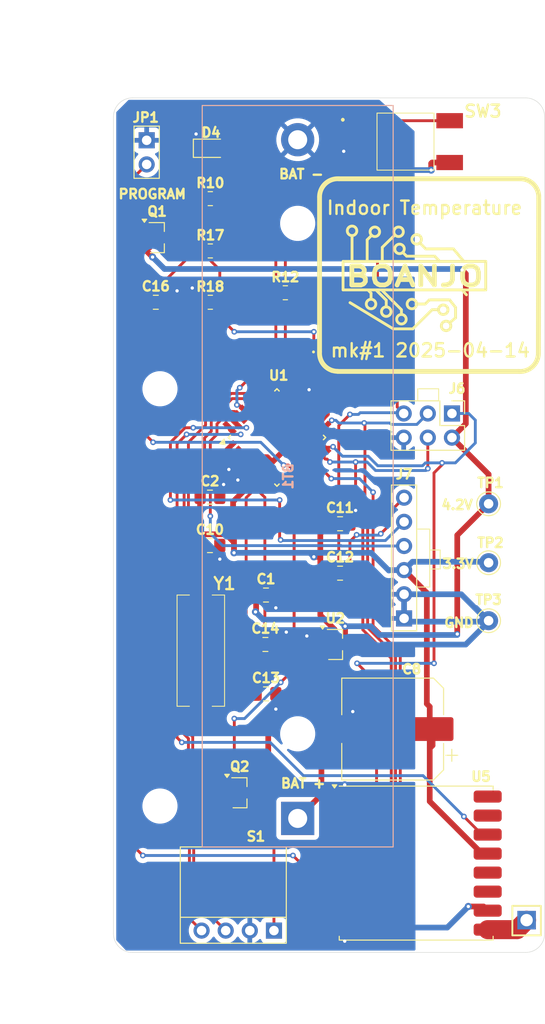
<source format=kicad_pcb>
(kicad_pcb (version 20241229) (generator "pcbnew") (generator_version "9.0")
  (layers (0 "F.Cu" signal) (2 "B.Cu" signal) (13 "F.Paste" user) (15 "B.Paste" user) (5 "F.SilkS" user "F.Silkscreen") (7 "B.SilkS" user "B.Silkscreen") (1 "F.Mask" user) (3 "B.Mask" user) (25 "Edge.Cuts" user))
  (net 0 "")
  (net 1 "ANTENNA")
  (net 2 "GND")
  (net 3 "RAW")
  (net 4 "+3.3V")
  (net 5 "Net-(J7-Pin_6)")
  (net 6 "Net-(J6-~{RST})")
  (net 7 "Net-(U1-XTAL2{slash}PB7)")
  (net 8 "Net-(U1-XTAL1{slash}PB6)")
  (net 9 "Net-(D4-A)")
  (net 10 "MOSI")
  (net 11 "SCK")
  (net 12 "MISO")
  (net 13 "TXD")
  (net 14 "RXD")
  (net 15 "Net-(U5-RESET)")
  (net 16 "Net-(U1-PC0)")
  (net 17 "Net-(U1-ADC6)")
  (net 18 "I2C_SDA")
  (net 19 "I2C_SCL")
  (net 22 "Net-(S1-VCC)")
  (net 26 "NSS")
  (net 30 "DIVIDER_CTRL")
  (net 32 "DIO0")
  (net 39 "Net-(Q1-Pad3)")
  (net 40 "SHT_POWER_PIN")
  (footprint "Capacitor_SMD:C_0805_2012Metric_Pad1.18x1.45mm_HandSolder" (layer "F.Cu") (at 40.8625 81.3)
    (property "Reference" "C16")
    (property "Value" "0.1uF")
  )
  (footprint "MountingHole:MountingHole_3.2mm_M3" (layer "F.Cu") (at 41.3 90.4)
    (property "Reference" "MH3" (hide yes))
    (property "Value" "MountingHole_3.2mm_M3" (hide yes))
  )
  (footprint "Capacitor_SMD:C_0805_2012Metric_Pad1.18x1.45mm_HandSolder" (layer "F.Cu") (at 46.5625 106.9)
    (property "Reference" "C10")
    (property "Value" "0.1uF")
  )
  (footprint "Package_QFP:TQFP-32_7x7mm_P0.8mm" (layer "F.Cu") (at 53.6149 95.5253 45)
    (property "Reference" "U1")
    (property "Value" "ATmega328P-A")
  )
  (footprint "boan_devices:AVR ISP 6p" (layer "F.Cu") (at 72.04 93 -90)
    (property "Reference" "J6")
    (property "Value" "ISP MEGA")
  )
  (footprint "boan_devices:Antenna 868MHz" (layer "F.Cu") (at 79.9 146.4)
    (property "Reference" "AE1" (hide yes))
    (property "Value" "Antenna" (hide yes))
  )
  (footprint "Connector_Pin:Pin_D1.0mm_L10.0mm" (layer "F.Cu") (at 75.9 108.7)
    (property "Reference" "TP2")
    (property "Value" "3.3V" (hide yes))
  )
  (footprint "Capacitor_SMD:C_0805_2012Metric_Pad1.18x1.45mm_HandSolder" (layer "F.Cu") (at 60.2625 109.8)
    (property "Reference" "C12")
    (property "Value" "0.1uF")
  )
  (footprint "boan_devices:Jumper 2p" (layer "F.Cu") (at 39.9 65.56)
    (property "Reference" "JP1")
    (property "Value" "~")
  )
  (footprint "MountingHole:MountingHole_3.2mm_M3" (layer "F.Cu") (at 41.3 134.3)
    (property "Reference" "MH2" (hide yes))
    (property "Value" "")
  )
  (footprint "Package_TO_SOT_SMD:SOT-23_Handsoldering" (layer "F.Cu") (at 49.7 132.9)
    (property "Reference" "Q2")
    (property "Value" "ISS55EP06LMXTSA1")
  )
  (footprint "Capacitor_SMD:C_0805_2012Metric_Pad1.18x1.45mm_HandSolder" (layer "F.Cu") (at 46.5625 101.8)
    (property "Reference" "C2")
    (property "Value" "4.7uF")
  )
  (footprint "Resistor_SMD:R_0805_2012Metric_Pad1.20x1.40mm_HandSolder" (layer "F.Cu") (at 46.6 81.3)
    (property "Reference" "R18")
    (property "Value" "100k")
  )
  (footprint "boan_devices:FTDI 6p" (layer "F.Cu") (at 67 114.56 180)
    (property "Reference" "J7")
    (property "Value" "FTDI MEGA")
  )
  (footprint "Resistor_SMD:R_0805_2012Metric_Pad1.20x1.40mm_HandSolder" (layer "F.Cu") (at 46.6 70.4)
    (property "Reference" "R10")
    (property "Value" "1k")
  )
  (footprint "LED_SMD:LED_0805_2012Metric_Pad1.15x1.40mm_HandSolder" (layer "F.Cu") (at 46.675 65.1)
    (property "Reference" "D4")
    (property "Value" "BLUE")
  )
  (footprint "Capacitor_SMD:CP_Elec_10x10.5" (layer "F.Cu") (at 65.8 126.2 180)
    (property "Reference" "C8")
    (property "Value" "470uF")
  )
  (footprint "Capacitor_SMD:C_0805_2012Metric_Pad1.18x1.45mm_HandSolder" (layer "F.Cu") (at 60.2625 104.6)
    (property "Reference" "C11")
    (property "Value" "0.1uF")
  )
  (footprint "boan_devices:Crystal SMD FOXSDLF08020" (layer "F.Cu") (at 45.6 117.95 90)
    (property "Reference" "Y1")
    (property "Value" "Crystal" (hide yes))
  )
  (footprint "Resistor_SMD:R_0805_2012Metric_Pad1.20x1.40mm_HandSolder" (layer "F.Cu") (at 54.5 80.3)
    (property "Reference" "R12")
    (property "Value" "10k")
  )
  (footprint "Capacitor_SMD:C_0805_2012Metric_Pad1.18x1.45mm_HandSolder" (layer "F.Cu") (at 52.4625 122.5)
    (property "Reference" "C13")
    (property "Value" "22pF")
  )
  (footprint "Capacitor_SMD:C_0805_2012Metric_Pad1.18x1.45mm_HandSolder" (layer "F.Cu") (at 52.4 117.3)
    (property "Reference" "C14")
    (property "Value" "22pF")
  )
  (footprint "Package_TO_SOT_SMD:SOT-23_Handsoldering" (layer "F.Cu") (at 59.7625 117.3)
    (property "Reference" "U2")
    (property "Value" "MCP1700x-330xxTT")
  )
  (footprint "Connector_Pin:Pin_D1.0mm_L10.0mm" (layer "F.Cu") (at 75.9 102.5)
    (property "Reference" "TP1")
    (property "Value" "3.7V" (hide yes))
  )
  (footprint "Resistor_SMD:R_0805_2012Metric_Pad1.20x1.40mm_HandSolder" (layer "F.Cu") (at 46.6 75.9)
    (property "Reference" "R17")
    (property "Value" "560k")
  )
  (footprint "Package_TO_SOT_SMD:SOT-23_Handsoldering" (layer "F.Cu") (at 41 74.5)
    (property "Reference" "Q1")
    (property "Value" "ISS55EP06LMXTSA1")
  )
  (footprint "Capacitor_SMD:C_0805_2012Metric_Pad1.18x1.45mm_HandSolder" (layer "F.Cu") (at 52.4625 112.1)
    (property "Reference" "C1")
    (property "Value" "1uF")
  )
  (footprint "boan_devices:HOPERF_RFM9XW_SMD" (layer "F.Cu") (at 68.275 140.3)
    (property "Reference" "U5")
    (property "Value" "RFM95W-868S2")
  )
  (footprint "boan_devices:tactile smd 13019319" (layer "F.Cu") (at 66.3 64.4)
    (property "Reference" "SW3")
    (property "Value" "RESET ATMEGA" (hide yes))
  )
  (footprint "Connector_Pin:Pin_D1.0mm_L10.0mm" (layer "F.Cu") (at 75.9 114.8)
    (property "Reference" "TP3")
    (property "Value" "GND" (hide yes))
  )
  (footprint "MountingHole:MountingHole_3.2mm_M3" (layer "F.Cu") (at 74.4 120.1)
    (property "Reference" "MH1" (hide yes))
    (property "Value" "MountingHole_3.2mm_M3" (hide yes))
  )
  (footprint "boan_devices:SHT3x" (layer "F.Cu") (at 53.3 147.4 -90)
    (property "Reference" "S1")
    (property "Value" "~")
  )
  (footprint "boan_devices:BatteryHolder_COMF_BHC-18650-1P" (layer "B.Cu") (at 55.8 135.6 90)
    (property "Reference" "BT1")
    (property "Value" "Battery_Cell_3p")
  )
  (gr_line (start 66.722527 82.585388) (end 66.722527 82.085388) (stroke (width 0.1)) (layer "F.SilkS"))
  (gr_line (start 72.193957 75.684458) (end 73.225983 76.921305) (stroke (width 0.3)) (layer "F.SilkS"))
  (gr_line (start 71.79754 81.049298) (end 72.420993 81.848689) (stroke (width 0.3)) (layer "F.SilkS"))
  (gr_line (start 68.662554 75.051969) (end 69.278021 75.690187) (stroke (width 0.3)) (layer "F.SilkS"))
  (gr_circle (center 66.522527 75.685388) (end 67.022527 75.685388) (stroke (width 0.3)) (fill no) (layer "F.SilkS"))
  (gr_line (start 63.522527 80.985388) (end 63.522527 80.335388) (stroke (width 0.3)) (layer "F.SilkS"))
  (gr_circle (center 71.422527 83.785388) (end 71.922527 83.785388) (stroke (width 0.3)) (fill no) (layer "F.SilkS"))
  (gr_line (start 81.178803 70.401876) (end 81.139431 86.662867) (stroke (width 0.508)) (layer "F.SilkS"))
  (gr_circle (center 65.122527 82.285388) (end 65.622527 82.285388) (stroke (width 0.3)) (fill no) (layer "F.SilkS"))
  (gr_line (start 63.588293 74.257259) (end 63.113881 74.731671) (stroke (width 0.3)) (layer "F.SilkS"))
  (gr_circle (center 61.522527 73.785388) (end 62.022527 73.785388) (stroke (width 0.3)) (fill no) (layer "F.SilkS"))
  (gr_line (start 64.706475 75.518325) (end 64.706475 76.950513) (stroke (width 0.3)) (layer "F.SilkS"))
  (gr_line (start 75.6 77.000208) (end 75.6 80) (stroke (width 0.3)) (layer "F.SilkS"))
  (gr_arc (start 58.1 70.223988) (mid 58.706549 68.824541) (end 60.142504 68.310354) (stroke (width 0.508)) (layer "F.SilkS"))
  (gr_arc (start 59.381534 88.5765) (mid 59.371838 88.572484) (end 59.367822 88.562788) (stroke (width 0.3048)) (layer "F.SilkS"))
  (gr_line (start 63.522527 80.335388) (end 63.222527 80.035388) (stroke (width 0.3)) (layer "F.SilkS"))
  (gr_line (start 60.575118 77.000208) (end 75.6 77.000208) (stroke (width 0.3)) (layer "F.SilkS"))
  (gr_line (start 61.522527 74.285388) (end 61.522527 76.927598) (stroke (width 0.3)) (layer "F.SilkS"))
  (gr_circle (center 68.322527 74.685388) (end 68.822527 74.685388) (stroke (width 0.3)) (fill no) (layer "F.SilkS"))
  (gr_arc (start 60.005 88.562788) (mid 58.611182 87.955307) (end 58.101525 86.522822) (stroke (width 0.508)) (layer "F.SilkS"))
  (gr_line (start 65.122527 81.085388) (end 64.122527 80.085388) (stroke (width 0.3)) (layer "F.SilkS"))
  (gr_line (start 72.420993 81.848689) (end 72.420993 82.936799) (stroke (width 0.3)) (layer "F.SilkS"))
  (gr_line (start 70.222527 82.085388) (end 69.952012 82.085388) (stroke (width 0.3)) (layer "F.SilkS"))
  (gr_line (start 63.113881 74.731671) (end 63.113881 76.927598) (stroke (width 0.3)) (layer "F.SilkS"))
  (gr_circle (center 66.722527 83.085388) (end 67.222527 83.085388) (stroke (width 0.3)) (fill no) (layer "F.SilkS"))
  (gr_line (start 75.6 80) (end 60.575118 80) (stroke (width 0.3)) (layer "F.SilkS"))
  (gr_line (start 70.622527 82.085388) (end 70.222527 82.085388) (stroke (width 0.3)) (layer "F.SilkS"))
  (gr_line (start 67.916388 84.098018) (end 65.859122 84.098018) (stroke (width 0.3)) (layer "F.SilkS"))
  (gr_line (start 66.859905 76.054409) (end 67.269161 76.452031) (stroke (width 0.3)) (layer "F.SilkS"))
  (gr_line (start 65.859122 84.098018) (end 61.309063 81.341472) (stroke (width 0.3)) (layer "F.SilkS"))
  (gr_line (start 60.142504 68.310354) (end 79.196331 68.310354) (stroke (width 0.508)) (layer "F.SilkS"))
  (gr_line (start 67.269161 76.452031) (end 70.222527 76.452031) (stroke (width 0.3)) (layer "F.SilkS"))
  (gr_circle (center 63.522527 81.485388) (end 64.022527 81.485388) (stroke (width 0.3)) (fill no) (layer "F.SilkS"))
  (gr_line (start 60.005 88.576501) (end 79.096928 88.576501) (stroke (width 0.508)) (layer "F.SilkS"))
  (gr_line (start 66.722527 82.085388) (end 64.722527 80.085388) (stroke (width 0.3)) (layer "F.SilkS"))
  (gr_line (start 73.122706 80) (end 73.559143 80.513655) (stroke (width 0.3)) (layer "F.SilkS"))
  (gr_circle (center 71.122527 82.085388) (end 71.622527 82.085388) (stroke (width 0.3)) (fill no) (layer "F.SilkS"))
  (gr_line (start 69.663725 81.052004) (end 71.79754 81.049298) (stroke (width 0.3)) (layer "F.SilkS"))
  (gr_circle (center 63.922527 73.885388) (end 64.422527 73.885388) (stroke (width 0.3)) (fill no) (layer "F.SilkS"))
  (gr_line (start 65.122527 81.785388) (end 65.122527 81.085388) (stroke (width 0.3)) (layer "F.SilkS"))
  (gr_line (start 66.722527 82.585388) (end 66.722527 82.085388) (stroke (width 0.3)) (layer "F.SilkS"))
  (gr_line (start 69.952012 82.085388) (end 67.916388 84.098018) (stroke (width 0.3)) (layer "F.SilkS"))
  (gr_line (start 68.322527 81.485388) (end 69.222527 81.485388) (stroke (width 0.3)) (layer "F.SilkS"))
  (gr_line (start 66.042896 74.21078) (end 64.706475 75.518325) (stroke (width 0.3)) (layer "F.SilkS"))
  (gr_line (start 69.278021 75.690187) (end 72.193957 75.684458) (stroke (width 0.3)) (layer "F.SilkS"))
  (gr_line (start 58.1 86.52892) (end 58.1 70.223988) (stroke (width 0.508)) (layer "F.SilkS"))
  (gr_arc (start 79.231893 68.310098) (mid 80.647025 68.907586) (end 81.178547 70.348793) (stroke (width 0.508)) (layer "F.SilkS"))
  (gr_line (start 60.575118 80) (end 60.575118 77.000208) (stroke (width 0.3)) (layer "F.SilkS"))
  (gr_line (start 70.222527 76.452031) (end 70.644232 76.887249) (stroke (width 0.3)) (layer "F.SilkS"))
  (gr_arc (start 57.464347 86.522823) (mid 57.464847 86.526187) (end 57.462822 86.52892) (stroke (width 0.3048)) (layer "F.SilkS"))
  (gr_line (start 69.222527 81.485388) (end 69.663725 81.052004) (stroke (width 0.3)) (layer "F.SilkS"))
  (gr_circle (center 67.822527 81.485388) (end 68.322527 81.485388) (stroke (width 0.3)) (fill no) (layer "F.SilkS"))
  (gr_circle (center 66.422527 73.885388) (end 66.922527 73.885388) (stroke (width 0.3)) (fill no) (layer "F.SilkS"))
  (gr_line (start 72.420993 82.936799) (end 71.803867 83.462) (stroke (width 0.3)) (layer "F.SilkS"))
  (gr_arc (start 81.139431 86.662867) (mid 80.532883 88.062315) (end 79.096928 88.576502) (stroke (width 0.508)) (layer "F.SilkS"))
  (gr_line (start 38.4 59.8) (end 79.8 59.8) (stroke (width 0.05)) (layer "Edge.Cuts"))
  (gr_arc (start 79.8 59.8) (mid 81.214214 60.385786) (end 81.8 61.8) (stroke (width 0.05)) (layer "Edge.Cuts"))
  (gr_line (start 79.8 149.7) (end 38.4 149.7) (stroke (width 0.05)) (layer "Edge.Cuts"))
  (gr_line (start 81.8 61.8) (end 81.8 147.7) (stroke (width 0.05)) (layer "Edge.Cuts"))
  (gr_arc (start 81.8 147.7) (mid 81.214214 149.114214) (end 79.8 149.7) (stroke (width 0.05)) (layer "Edge.Cuts"))
  (gr_arc (start 38.4 149.7) (mid 36.985786 149.114214) (end 36.4 147.7) (stroke (width 0.05)) (layer "Edge.Cuts"))
  (gr_line (start 36.4 147.7) (end 36.4 61.8) (stroke (width 0.05)) (layer "Edge.Cuts"))
  (gr_arc (start 36.4 61.8) (mid 36.985786 60.385786) (end 38.4 59.8) (stroke (width 0.05)) (layer "Edge.Cuts"))
  (gr_text "mk#1 2025-04-14" (at 59.122527 87.185388 0) (layer "F.SilkS") (effects (font (size 1.4 1.4) (thickness 0.25) (bold yes)) (justify left bottom)))
  (gr_text "4.2V" (at 70.8 103.2 0) (layer "F.SilkS") (effects (font (size 1 1) (thickness 0.25)) (justify left bottom)))
  (gr_text "GND" (at 71.1 115.6 0) (layer "F.SilkS") (effects (font (size 1 1) (thickness 0.25)) (justify left bottom)))
  (gr_text "BAT +" (at 53.9 132.5 0) (layer "F.SilkS") (effects (font (size 1 1) (thickness 0.25)) (justify left bottom)))
  (gr_text "Indoor Temperature" (at 58.722527 72.185388 0) (layer "F.SilkS") (effects (font (size 1.4 1.4) (thickness 0.25) (bold yes)) (justify left bottom)))
  (gr_text "BAT -" (at 53.7 68.4 0) (layer "F.SilkS") (effects (font (size 1 1) (thickness 0.25)) (justify left bottom)))
  (gr_text "BOANJO" (at 60.575118 79.754645 0) (layer "F.SilkS") (effects (font (size 2 2.5) (thickness 0.5) (bold yes)) (justify left bottom)))
  (gr_text "3.3V" (at 70.9 109.4 0) (layer "F.SilkS") (effects (font (size 1 1) (thickness 0.25)) (justify left bottom)))
  (gr_text "PROGRAM" (at 36.8 70.5 0) (layer "F.SilkS") (effects (font (size 1 1) (thickness 0.25)) (justify left bottom)))
  (segment (start 75.8 147.3) (end 78.9 147.3) (width 2) (layer "F.Cu") (net 1))
  (segment (start 78.9 147.3) (end 79.9 146.3) (width 2) (layer "F.Cu") (net 1))
  (segment (start 56.7621 116.407) (end 58.2057 116.407) (width 0.6) (layer "F.Cu") (net 2))
  (segment (start 62.5 66.6) (end 60.6459 66.6) (width 0.6) (layer "F.Cu") (net 2))
  (segment (start 69.8547 66.6912) (end 69.8547 67.3946) (width 0.6) (layer "F.Cu") (net 2))
  (segment (start 73.7619 144.865) (end 75.3648 144.865) (width 0.6) (layer "F.Cu") (net 2))
  (segment (start 49.7612 97.682) (end 48.5545 98.8887) (width 0.6) (layer "F.Cu") (net 2))
  (segment (start 53.5 112.1) (end 53.5 113.449) (width 0.6) (layer "F.Cu") (net 2))
  (segment (start 53.4375 117.162) (end 53.4375 117.3) (width 0.6) (layer "F.Cu") (net 2))
  (segment (start 47.6 108.323) (end 47.6 106.9) (width 0.6) (layer "F.Cu") (net 2))
  (segment (start 48 100.471) (end 47.6 100.871) (width 0.6) (layer "F.Cu") (net 2))
  (segment (start 45.6 80.7) (end 45.6 81.3) (width 0.6) (layer "F.Cu") (net 2))
  (segment (start 61.9 103.2) (end 61.3 103.8) (width 0.6) (layer "F.Cu") (net 2))
  (segment (start 49.7059 100) (end 49.5 100) (width 0.6) (layer "F.Cu") (net 2))
  (segment (start 61.3 103.8) (end 61.3 104.6) (width 0.6) (layer "F.Cu") (net 2))
  (segment (start 45.1 63.6) (end 45.65 64.15) (width 0.6) (layer "F.Cu") (net 2))
  (segment (start 50.8925 98.8133) (end 49.7059 100) (width 0.6) (layer "F.Cu") (net 2))
  (segment (start 60.75 132.068) (end 60.75 133.3) (width 0.6) (layer "F.Cu") (net 2))
  (segment (start 60.6459 66.6) (end 60.6459 65.418) (width 0.6) (layer "F.Cu") (net 2))
  (segment (start 60.75 147.3) (end 60.75 148.513) (width 0.6) (layer "F.Cu") (net 2))
  (segment (start 47.6 100.871) (end 47.6 101.8) (width 0.6) (layer "F.Cu") (net 2))
  (segment (start 69.9459 66.6) (end 69.8547 66.6912) (width 0.6) (layer "F.Cu") (net 2))
  (segment (start 44.7 79.8) (end 45.6 80.7) (width 0.6) (layer "F.Cu") (net 2))
  (segment (start 53.5 124.1) (end 53.5 122.5) (width 0.6) (layer "F.Cu") (net 2))
  (segment (start 57 90.5) (end 57 91.5745) (width 0.6) (layer "F.Cu") (net 2))
  (segment (start 54.6 116) (end 53.4375 117.162) (width 0.6) (layer "F.Cu") (net 2))
  (segment (start 71.8 66.6) (end 69.9459 66.6) (width 0.6) (layer "F.Cu") (net 2))
  (segment (start 75.3648 144.865) (end 75.8 145.3) (width 0.6) (layer "F.Cu") (net 2))
  (segment (start 43.1 80.1) (end 41.9 81.3) (width 0.6) (layer "F.Cu") (net 2))
  (segment (start 61.6 126.2) (end 61.6 124.361) (width 0.6) (layer "F.Cu") (net 2))
  (segment (start 58.2057 116.407) (end 58.2625 116.35) (width 0.6) (layer "F.Cu") (net 2))
  (segment (start 57 91.5745) (end 56.3373 92.2373) (width 0.6) (layer "F.Cu") (net 2))
  (segment (start 45.65 64.15) (end 45.65 65.1) (width 0.6) (layer "F.Cu") (net 2))
  (via (at 54.6 116) (size 0.7564) (drill 0.35) (layers "F.Cu" "B.Cu") (net 2))
  (via (at 43.1 80.1) (size 0.7564) (drill 0.35) (layers "F.Cu" "B.Cu") (net 2))
  (via (at 73.7619 144.865) (size 0.7564) (drill 0.35) (layers "F.Cu" "B.Cu") (net 2))
  (via (at 57 90.5) (size 0.6) (drill 0.35) (layers "F.Cu" "B.Cu") (net 2))
  (via (at 53.5 113.449) (size 0.7564) (drill 0.35) (layers "F.Cu" "B.Cu") (net 2))
  (via (at 45.1 63.6) (size 0.7564) (drill 0.35) (layers "F.Cu" "B.Cu") (net 2))
  (via (at 69.8547 67.3946) (size 0.7564) (drill 0.35) (layers "F.Cu" "B.Cu") (net 2))
  (via (at 56.7621 116.407) (size 0.7564) (drill 0.35) (layers "F.Cu" "B.Cu") (net 2))
  (via (at 60.75 132.068) (size 0.7564) (drill 0.35) (layers "F.Cu" "B.Cu") (net 2))
  (via (at 48 100.471) (size 0.7564) (drill 0.35) (layers "F.Cu" "B.Cu") (net 2))
  (via (at 49.5 100) (size 0.7564) (drill 0.35) (layers "F.Cu" "B.Cu") (net 2))
  (via (at 53.5 124.1) (size 0.7564) (drill 0.35) (layers "F.Cu" "B.Cu") (net 2))
  (via (at 60.6459 65.418) (size 0.7564) (drill 0.35) (layers "F.Cu" "B.Cu") (net 2))
  (via (at 60.75 148.513) (size 0.7564) (drill 0.35) (layers "F.Cu" "B.Cu") (net 2))
  (via (at 61.6 124.361) (size 0.7564) (drill 0.35) (layers "F.Cu" "B.Cu") (net 2))
  (via (at 61.9 103.2) (size 0.7564) (drill 0.35) (layers "F.Cu" "B.Cu") (net 2))
  (via (at 44.7 79.8) (size 0.7564) (drill 0.35) (layers "F.Cu" "B.Cu") (net 2))
  (via (at 48.5545 98.8887) (size 0.7564) (drill 0.35) (layers "F.Cu" "B.Cu") (net 2))
  (via (at 47.6 108.323) (size 0.7564) (drill 0.35) (layers "F.Cu" "B.Cu") (net 2))
  (segment (start 67 112.02) (end 73.02 112.02) (width 0.6) (layer "B.Cu") (net 2))
  (segment (start 75.9 114.9) (end 67.34 114.9) (width 0.6) (layer "B.Cu") (net 2))
  (segment (start 67 114.56) (end 67 112.02) (width 0.6) (layer "B.Cu") (net 2))
  (segment (start 67.34 114.9) (end 67 114.56) (width 0.6) (layer "B.Cu") (net 2))
  (segment (start 74.56 113.46) (end 75.9 114.8) (width 0.6) (layer "B.Cu") (net 2))
  (segment (start 74.46 113.46) (end 75.9 114.9) (width 0.6) (layer "B.Cu") (net 2))
  (segment (start 74.46 113.46) (end 74.56 113.46) (width 0.6) (layer "B.Cu") (net 2))
  (segment (start 71.5464 147.08) (end 73.7619 144.865) (width 0.6) (layer "B.Cu") (net 2))
  (segment (start 64.5803 67.3946) (end 69.8547 67.3946) (width 0.6) (layer "B.Cu") (net 2))
  (segment (start 73.4908 117.309) (end 64.6878 117.309) (width 0.6) (layer "B.Cu") (net 2))
  (segment (start 73.02 112.02) (end 74.46 113.46) (width 0.6) (layer "B.Cu") (net 2))
  (segment (start 75.9 114.9) (end 73.4908 117.309) (width 0.6) (layer "B.Cu") (net 2))
  (segment (start 64.5747 147.08) (end 71.5464 147.08) (width 0.6) (layer "B.Cu") (net 2))
  (segment (start 59.3 119.2625) (end 59.3 123.8) (width 0.6) (layer "F.Cu") (net 3))
  (segment (start 61.0266 117.3) (end 61.0267 117.3) (width 0.6) (layer "F.Cu") (net 3))
  (segment (start 58.3 124.8) (end 58.3 133.1) (width 0.6) (layer "F.Cu") (net 3))
  (segment (start 61.0266 117.3) (end 60.9087 117.3) (width 0.6) (layer "F.Cu") (net 3))
  (segment (start 75.9 102.5) (end 72.6 105.8) (width 0.6) (layer "F.Cu") (net 3))
  (segment (start 56.1 135.2) (end 55.8 134.9) (width 0.6) (layer "F.Cu") (net 3))
  (segment (start 60.7981 117.3) (end 60.7907 117.3) (width 0.6) (layer "F.Cu") (net 3))
  (segment (start 61.2625 117.3) (end 61.0267 117.3) (width 0.6) (layer "F.Cu") (net 3))
  (segment (start 75.9 99.4) (end 72.04 95.54) (width 0.6) (layer "F.Cu") (net 3))
  (segment (start 56.325 135.425) (end 56.25 135.35) (width 0.6) (layer "F.Cu") (net 3))
  (segment (start 39.5 75.45) (end 39.5 75.5236) (width 0.6) (layer "F.Cu") (net 3))
  (segment (start 60.8202 117.3) (end 60.8055 117.3) (width 0.6) (layer "F.Cu") (net 3))
  (segment (start 75.9 102.5) (end 75.9 99.4) (width 0.6) (layer "F.Cu") (net 3))
  (segment (start 60.8055 117.3) (end 60.7981 117.3) (width 0.6) (layer "F.Cu") (net 3))
  (segment (start 55.8 134.9) (end 55.8 135.6) (width 0.6) (layer "F.Cu") (net 3))
  (segment (start 56.25 135.35) (end 56.1 135.2) (width 0.6) (layer "F.Cu") (net 3))
  (segment (start 39.5 75.5236) (end 40.522 76.5456) (width 0.6) (layer "F.Cu") (net 3))
  (segment (start 73.5 78.3) (end 73.1 77.9) (width 0.6) (layer "F.Cu") (net 3))
  (segment (start 59.3 123.8) (end 58.3 124.8) (width 0.6) (layer "F.Cu") (net 3))
  (segment (start 61.0267 117.3) (end 61.0266 117.3) (width 0.6) (layer "F.Cu") (net 3))
  (segment (start 56.4 135.5) (end 56.3625 135.4625) (width 0.6) (layer "F.Cu") (net 3))
  (segment (start 61.2625 117.3) (end 59.3 119.2625) (width 0.6) (layer "F.Cu") (net 3))
  (segment (start 60.9087 117.3) (end 60.8497 117.3) (width 0.6) (layer "F.Cu") (net 3))
  (segment (start 60.8203 117.3) (end 60.8202 117.3) (width 0.6) (layer "F.Cu") (net 3))
  (segment (start 51.425 112.1) (end 51.3295 112.004) (width 0.6) (layer "F.Cu") (net 3))
  (segment (start 58.3 133.1) (end 55.8 135.6) (width 0.6) (layer "F.Cu") (net 3))
  (segment (start 72.6 105.8) (end 72.6 116.2) (width 0.6) (layer "F.Cu") (net 3))
  (segment (start 56.3625 135.4625) (end 56.325 135.425) (width 0.6) (layer "F.Cu") (net 3))
  (segment (start 60.8497 117.3) (end 60.8203 117.3) (width 0.6) (layer "F.Cu") (net 3))
  (segment (start 51.425 113.807) (end 51.425 112.1) (width 0.6) (layer "F.Cu") (net 3))
  (segment (start 72.04 95.54) (end 73.5 94.08) (width 0.6) (layer "F.Cu") (net 3))
  (segment (start 60.8202 117.3) (end 60.8203 117.3) (width 0.6) (layer "F.Cu") (net 3))
  (segment (start 51.3583 113.874) (end 51.425 113.807) (width 0.6) (layer "F.Cu") (net 3))
  (segment (start 60.7907 117.3) (end 60.7907 115.383) (width 0.6) (layer "F.Cu") (net 3))
  (segment (start 73.5 94.08) (end 73.5 78.3) (width 0.6) (layer "F.Cu") (net 3))
  (via (at 72.6 116.2) (size 0.6) (drill 0.35) (layers "F.Cu" "B.Cu") (net 3))
  (via (at 73.1 77.9) (size 0.6) (drill 0.35) (layers "F.Cu" "B.Cu") (net 3))
  (via (at 60.7907 115.383) (size 0.7564) (drill 0.35) (layers "F.Cu" "B.Cu") (net 3))
  (via (at 40.522 76.5456) (size 0.7564) (drill 0.35) (layers "F.Cu" "B.Cu") (net 3))
  (via (at 51.3583 113.874) (size 0.7564) (drill 0.35) (layers "F.Cu" "B.Cu") (net 3))
  (segment (start 63.4826 115.383) (end 64.4 116.3) (width 0.6) (layer "B.Cu") (net 3))
  (segment (start 72.6 116.3) (end 72.6 116.2) (width 0.6) (layer "B.Cu") (net 3))
  (segment (start 52.1695 114.685) (end 51.3583 113.874) (width 0.6) (layer "B.Cu") (net 3))
  (segment (start 60.7907 115.383) (end 63.4826 115.383) (width 0.6) (layer "B.Cu") (net 3))
  (segment (start 41.7764 77.8) (end 40.522 76.5456) (width 0.6) (layer "B.Cu") (net 3))
  (segment (start 60.7907 115.383) (end 60.0933 114.685) (width 0.6) (layer "B.Cu") (net 3))
  (segment (start 73.1 77.9) (end 73 77.8) (width 0.6) (layer "B.Cu") (net 3))
  (segment (start 60.0933 114.685) (end 52.1695 114.685) (width 0.6) (layer "B.Cu") (net 3))
  (segment (start 73 77.8) (end 41.7764 77.8) (width 0.6) (layer "B.Cu") (net 3))
  (segment (start 64.4 116.3) (end 72.6 116.3) (width 0.6) (layer "B.Cu") (net 3))
  (segment (start 48.2 133.85) (end 52.7 129.35) (width 0.6) (layer "F.Cu") (net 4))
  (segment (start 50.9747 97.5998) (end 52.5998 97.5998) (width 0.6) (layer "F.Cu") (net 4))
  (segment (start 48.2579 105.71) (end 49.0943 106.546) (width 0.6) (layer "F.Cu") (net 4))
  (segment (start 45.525 105.71) (end 45.525 106.9) (width 0.6) (layer "F.Cu") (net 4))
  (segment (start 69.3959 111.876) (end 69.3959 123.542) (width 0.6) (layer "F.Cu") (net 4))
  (segment (start 58.2625 121.038) (end 58.2625 118.25) (width 0.6) (layer "F.Cu") (net 4))
  (segment (start 49 106.242) (end 49 102.275) (width 0.6) (layer "F.Cu") (net 4))
  (segment (start 50.4138 100.861) (end 50.4138 100.423) (width 0.6) (layer "F.Cu") (net 4))
  (segment (start 69.7 123.846) (end 69.7 128.217) (width 0.6) (layer "F.Cu") (net 4))
  (segment (start 69.7 133.807) (end 75.1931 139.3) (width 0.6) (layer "F.Cu") (net 4))
  (segment (start 58.1824 108.081) (end 58.1824 114.22) (width 0.6) (layer "F.Cu") (net 4))
  (segment (start 57.1242 94.8444) (end 58.0343 93.9343) (width 0.6) (layer "F.Cu") (net 4))
  (segment (start 52.5998 97.5998) (end 53.1183 98.1183) (width 0.6) (layer "F.Cu") (net 4))
  (segment (start 67 109.48) (end 69.3959 111.876) (width 0.6) (layer "F.Cu") (net 4))
  (segment (start 58.8701 83.6701) (end 55.5 80.3) (width 0.6) (layer "F.Cu") (net 4))
  (segment (start 69.3959 123.542) (end 69.7 123.846) (width 0.6) (layer "F.Cu") (net 4))
  (segment (start 49.0943 106.546) (end 49.0943 107.656) (width 0.6) (layer "F.Cu") (net 4))
  (segment (start 59.225 104.6) (end 58.1824 105.643) (width 0.6) (layer "F.Cu") (net 4))
  (segment (start 51.4607 99.379) (end 52.1928 98.6469) (width 0.6) (layer "F.Cu") (net 4))
  (segment (start 58.8701 92.9962) (end 58.8701 93.0319) (width 0.5498) (layer "F.Cu") (net 4))
  (segment (start 53.1183 98.1183) (end 56.3922 94.8444) (width 0.6) (layer "F.Cu") (net 4))
  (segment (start 58.1824 114.22) (end 59.6814 115.719) (width 0.6) (layer "F.Cu") (net 4))
  (segment (start 52.5897 98.6469) (end 53.1183 98.1183) (width 0.6) (layer "F.Cu") (net 4))
  (segment (start 70 127.917) (end 70 126.2) (width 0.6) (layer "F.Cu") (net 4))
  (segment (start 50.3269 98.2477) (end 50.9747 97.5998) (width 0.6) (layer "F.Cu") (net 4))
  (segment (start 51.4582 99.379) (end 51.4607 99.379) (width 0.6) (layer "F.Cu") (net 4))
  (segment (start 45.525 105.71) (end 48.2579 105.71) (width 0.6) (layer "F.Cu") (net 4))
  (segment (start 49.0943 106.336) (end 49 106.242) (width 0.6) (layer "F.Cu") (net 4))
  (segment (start 50.4138 100.423) (end 50.5714 100.266) (width 0.6) (layer "F.Cu") (net 4))
  (segment (start 45.525 101.8) (end 45.525 105.71) (width 0.6) (layer "F.Cu") (net 4))
  (segment (start 58.8701 92.9962) (end 58.8701 83.6701) (width 0.6) (layer "F.Cu") (net 4))
  (segment (start 49.0943 106.546) (end 49.0943 106.336) (width 0.6) (layer "F.Cu") (net 4))
  (segment (start 52.7 126.6) (end 58.2625 121.038) (width 0.6) (layer "F.Cu") (net 4))
  (segment (start 69.7 128.217) (end 70 127.917) (width 0.6) (layer "F.Cu") (net 4))
  (segment (start 75.1931 139.3) (end 75.8 139.3) (width 0.6) (layer "F.Cu") (net 4))
  (segment (start 59.6814 116.831) (end 58.2625 118.25) (width 0.6) (layer "F.Cu") (net 4))
  (segment (start 58.8701 93.0319) (end 58.9034 93.0652) (width 0.5498) (layer "F.Cu") (net 4))
  (segment (start 52.1928 98.6469) (end 52.5897 98.6469) (width 0.6) (layer "F.Cu") (net 4))
  (segment (start 58.1824 105.643) (end 58.1824 108.081) (width 0.6) (layer "F.Cu") (net 4))
  (segment (start 57.4994 108.081) (end 58.1824 108.081) (width 0.6) (layer "F.Cu") (net 4))
  (segment (start 49.0943 107.656) (end 49.0943 106.546) (width 0.6) (layer "F.Cu") (net 4))
  (segment (start 50.5714 100.266) (end 51.4582 99.379) (width 0.6) (layer "F.Cu") (net 4))
  (segment (start 59.6814 115.719) (end 59.6814 116.831) (width 0.6) (layer "F.Cu") (net 4))
  (segment (start 58.9034 93.0652) (end 58.4689 93.4997) (width 0.5498) (layer "F.Cu") (net 4))
  (segment (start 69.7 128.217) (end 69.7 133.807) (width 0.6) (layer "F.Cu") (net 4))
  (segment (start 52.7 129.35) (end 52.7 126.6) (width 0.6) (layer "F.Cu") (net 4))
  (segment (start 58.4689 93.4997) (end 58.0343 93.9343) (width 0.6) (layer "F.Cu") (net 4))
  (segment (start 56.3922 94.8444) (end 57.1242 94.8444) (width 0.6) (layer "F.Cu") (net 4))
  (segment (start 49 102.275) (end 50.4138 100.861) (width 0.6) (layer "F.Cu") (net 4))
  (via (at 49.0943 107.656) (size 0.7564) (drill 0.35) (layers "F.Cu" "B.Cu") (net 4))
  (via (at 57.4994 108.081) (size 0.7564) (drill 0.35) (layers "F.Cu" "B.Cu") (net 4))
  (segment (start 57.0744 107.656) (end 57.4994 108.081) (width 0.6) (layer "B.Cu") (net 4))
  (segment (start 65.3959 109.52) (end 63.5316 107.656) (width 0.6) (layer "B.Cu") (net 4))
  (segment (start 75.8 108.6) (end 75.9 108.7) (width 0.6) (layer "B.Cu") (net 4))
  (segment (start 67 109.48) (end 65.4359 109.48) (width 0.6) (layer "B.Cu") (net 4))
  (segment (start 75.9 108.6) (end 75.8 108.6) (width 0.6) (layer "B.Cu") (net 4))
  (segment (start 63.5316 107.656) (end 57.0744 107.656) (width 0.6) (layer "B.Cu") (net 4))
  (segment (start 67.88 108.6) (end 67 109.48) (width 0.6) (layer "B.Cu") (net 4))
  (segment (start 65.4359 109.48) (end 65.3959 109.52) (width 0.6) (layer "B.Cu") (net 4))
  (segment (start 75.8 108.6) (end 67.88 108.6) (width 0.6) (layer "B.Cu") (net 4))
  (segment (start 57.0744 107.656) (end 49.0943 107.656) (width 0.6) (layer "B.Cu") (net 4))
  (segment (start 66.7 102.16) (end 65.76 103.1) (width 0.3) (layer "F.Cu") (net 5))
  (segment (start 67 101.86) (end 66.7 102.16) (width 0.3) (layer "F.Cu") (net 5))
  (segment (start 61.3 106.466) (end 62.003 105.763) (width 0.3) (layer "F.Cu") (net 5))
  (segment (start 66.7 102.16) (end 66.7 101.9) (width 0.3) (layer "F.Cu") (net 5))
  (segment (start 61.3 109.8) (end 61.3 106.466) (width 0.3) (layer "F.Cu") (net 5))
  (segment (start 65.76 103.1) (end 65.5459 103.1) (width 0.3) (layer "F.Cu") (net 5))
  (segment (start 65.5459 103.1) (end 65.5459 104.654) (width 0.3) (layer "F.Cu") (net 5))
  (segment (start 65.5459 104.654) (end 64.55 105.65) (width 0.3) (layer "F.Cu") (net 5))
  (via (at 64.55 105.65) (size 0.6) (drill 0.3) (layers "F.Cu" "B.Cu") (net 5))
  (via (at 62.003 105.763) (size 0.6) (drill 0.3) (layers "F.Cu" "B.Cu") (net 5))
  (segment (start 64.55 105.65) (end 64.4 105.8) (width 0.3) (layer "B.Cu") (net 5))
  (segment (start 62.0399 105.8) (end 62.003 105.763) (width 0.3) (layer "B.Cu") (net 5))
  (segment (start 64.4 105.8) (end 62.0399 105.8) (width 0.3) (layer "B.Cu") (net 5))
  (segment (start 50.3269 92.8029) (end 49.6239 92.1) (width 0.3) (layer "F.Cu") (net 6))
  (segment (start 64.2041 89.69) (end 66.28 91.7659) (width 0.3) (layer "F.Cu") (net 6))
  (segment (start 60.1 60.5) (end 61.8 62.2) (width 0.3) (layer "F.Cu") (net 6))
  (segment (start 64.2041 62.2) (end 64.2041 89.69) (width 0.3) (layer "F.Cu") (net 6))
  (segment (start 46.6 60.5) (end 60.1 60.5) (width 0.3) (layer "F.Cu") (net 6))
  (segment (start 53.5 86.5) (end 49.7 90.3) (width 0.3) (layer "F.Cu") (net 6))
  (segment (start 66.28 92.32) (end 66.96 93) (width 0.3) (layer "F.Cu") (net 6))
  (segment (start 60.1252 108.9) (end 60.1252 94.2748) (width 0.3) (layer "F.Cu") (net 6))
  (segment (start 53.5 80.3) (end 53.5 75.7) (width 0.3) (layer "F.Cu") (net 6))
  (segment (start 71.8 62.2) (end 64.2041 62.2) (width 0.3) (layer "F.Cu") (net 6))
  (segment (start 53.5 75.7) (end 50.9 73.1) (width 0.3) (layer "F.Cu") (net 6))
  (segment (start 49.6239 92.1) (end 49.4 92.1) (width 0.3) (layer "F.Cu") (net 6))
  (segment (start 59.225 109.8) (end 60.1252 108.9) (width 0.3) (layer "F.Cu") (net 6))
  (segment (start 43.4 63.7) (end 46.6 60.5) (width 0.3) (layer "F.Cu") (net 6))
  (segment (start 49.7 90.3) (end 49.7 90.2885) (width 0.3) (layer "F.Cu") (net 6))
  (segment (start 60.1252 94.2748) (end 61.3 93.1) (width 0.3) (layer "F.Cu") (net 6))
  (segment (start 61.8 62.2) (end 62.5 62.2) (width 0.3) (layer "F.Cu") (net 6))
  (segment (start 43.4 71.3) (end 43.4 63.7) (width 0.3) (layer "F.Cu") (net 6))
  (segment (start 45.2 73.1) (end 43.4 71.3) (width 0.3) (layer "F.Cu") (net 6))
  (segment (start 50.9 73.1) (end 45.2 73.1) (width 0.3) (layer "F.Cu") (net 6))
  (segment (start 62.5 62.2) (end 64.2041 62.2) (width 0.3) (layer "F.Cu") (net 6))
  (segment (start 66.28 91.7659) (end 66.28 92.32) (width 0.3) (layer "F.Cu") (net 6))
  (segment (start 53.5 80.3) (end 53.5 86.5) (width 0.3) (layer "F.Cu") (net 6))
  (via (at 49.4 92.1) (size 0.6) (drill 0.3) (layers "F.Cu" "B.Cu") (net 6))
  (via (at 61.3 93.1) (size 0.6) (drill 0.3) (layers "F.Cu" "B.Cu") (net 6))
  (via (at 49.7 90.2885) (size 0.6) (drill 0.3) (layers "F.Cu" "B.Cu") (net 6))
  (segment (start 49.4 90.5885) (end 49.7 90.2885) (width 0.3) (layer "B.Cu") (net 6))
  (segment (start 49.4 92.1) (end 49.4 90.5885) (width 0.3) (layer "B.Cu") (net 6))
  (segment (start 62.2 93.1) (end 62.38 92.92) (width 0.3) (layer "B.Cu") (net 6))
  (segment (start 61.3 93.1) (end 62.2 93.1) (width 0.3) (layer "B.Cu") (net 6))
  (segment (start 62.38 92.92) (end 66.88 92.92) (width 0.3) (layer "B.Cu") (net 6))
  (segment (start 66.88 92.92) (end 66.96 93) (width 0.3) (layer "B.Cu") (net 6))
  (segment (start 51.225 122.7) (end 51.425 122.5) (width 0.3) (layer "F.Cu") (net 7))
  (segment (start 52.5896 100.5104) (end 51.8089 101.2911) (width 0.3) (layer "F.Cu") (net 7))
  (segment (start 52.3444 121.581) (end 52.3444 101.827) (width 0.3) (layer "F.Cu") (net 7))
  (segment (start 52.3444 101.827) (end 52.0588 101.541) (width 0.3) (layer "F.Cu") (net 7))
  (segment (start 52.0588 101.541) (end 51.916 101.398) (width 0.3) (layer "F.Cu") (net 7))
  (segment (start 51.425 122.5) (end 52.3444 121.581) (width 0.3) (layer "F.Cu") (net 7))
  (segment (start 52.0588 101.541) (end 51.8089 101.2911) (width 0.3) (layer "F.Cu") (net 7))
  (segment (start 45.6 122.7) (end 51.225 122.7) (width 0.3) (layer "F.Cu") (net 7))
  (segment (start 51.2431 100.997) (end 50.3722 101.868) (width 0.3) (layer "F.Cu") (net 8))
  (segment (start 51.2431 100.726) (end 51.2431 100.997) (width 0.3) (layer "F.Cu") (net 8))
  (segment (start 45.6 113.2) (end 50.3722 113.2) (width 0.3) (layer "F.Cu") (net 8))
  (segment (start 50.3722 113.2) (end 50.3722 116.31) (width 0.3) (layer "F.Cu") (net 8))
  (segment (start 50.3722 101.868) (end 50.3722 113.2) (width 0.3) (layer "F.Cu") (net 8))
  (segment (start 50.3722 116.31) (end 51.3625 117.3) (width 0.3) (layer "F.Cu") (net 8))
  (segment (start 52.0239 99.9447) (end 51.2431 100.726) (width 0.3) (layer "F.Cu") (net 8))
  (segment (start 47.6 65.2) (end 47.6 70.4) (width 0.3) (layer "F.Cu") (net 9))
  (segment (start 47.7 65.1) (end 47.6 65.2) (width 0.3) (layer "F.Cu") (net 9))
  (segment (start 63.7588 137.3) (end 60.75 137.3) (width 0.3) (layer "F.Cu") (net 10))
  (segment (start 62.6562 102.828) (end 62.6562 115.756) (width 0.3) (layer "F.Cu") (net 10))
  (segment (start 59.2 98.1085) (end 58.8915 97.8) (width 0.3) (layer "F.Cu") (net 10))
  (segment (start 65.6466 118.747) (end 65.6466 135.412) (width 0.3) (layer "F.Cu") (net 10))
  (segment (start 65.6466 135.412) (end 63.7588 137.3) (width 0.3) (layer "F.Cu") (net 10))
  (segment (start 58.718 97.8) (end 58.0343 97.1163) (width 0.3) (layer "F.Cu") (net 10))
  (segment (start 69.5 98.8) (end 69.5 95.54) (width 0.3) (layer "F.Cu") (net 10))
  (segment (start 61.8964 102.069) (end 62.6562 102.828) (width 0.3) (layer "F.Cu") (net 10))
  (segment (start 62.6562 115.756) (end 65.6466 118.747) (width 0.3) (layer "F.Cu") (net 10))
  (segment (start 58.8915 97.8) (end 58.718 97.8) (width 0.3) (layer "F.Cu") (net 10))
  (segment (start 61.8964 98.1085) (end 61.8964 102.069) (width 0.3) (layer "F.Cu") (net 10))
  (via (at 61.8964 98.1085) (size 0.6) (drill 0.3) (layers "F.Cu" "B.Cu") (net 10))
  (via (at 69.5 98.8) (size 0.6) (drill 0.3) (layers "F.Cu" "B.Cu") (net 10))
  (via (at 59.2 98.1085) (size 0.6) (drill 0.3) (layers "F.Cu" "B.Cu") (net 10))
  (segment (start 61.8964 98.1085) (end 59.2 98.1085) (width 0.3) (layer "B.Cu") (net 10))
  (segment (start 64 99) (end 63.1085 98.1085) (width 0.3) (layer "B.Cu") (net 10))
  (segment (start 63.1085 98.1085) (end 61.8964 98.1085) (width 0.3) (layer "B.Cu") (net 10))
  (segment (start 69.5 98.8) (end 69.3 99) (width 0.3) (layer "B.Cu") (net 10))
  (segment (start 69.3 99) (end 64 99) (width 0.3) (layer "B.Cu") (net 10))
  (segment (start 66.1 118.472) (end 63.1641 115.536) (width 0.3) (layer "F.Cu") (net 11))
  (segment (start 66.1 135.6) (end 66.1 118.472) (width 0.3) (layer "F.Cu") (net 11))
  (segment (start 62.8 94) (end 62.8606 94) (width 0.3) (layer "F.Cu") (net 11))
  (segment (start 60.75 139.3) (end 62.4 139.3) (width 0.3) (layer "F.Cu") (net 11))
  (segment (start 62.8803 102.184) (end 62.8803 94.0197) (width 0.3) (layer "F.Cu") (net 11))
  (segment (start 62.8803 94.0197) (end 62.9 94) (width 0.3) (layer "F.Cu") (net 11))
  (segment (start 62.8606 94) (end 62.8803 94.0197) (width 0.3) (layer "F.Cu") (net 11))
  (segment (start 59.3807 93.7193) (end 58.6 94.5) (width 0.3) (layer "F.Cu") (net 11))
  (segment (start 63.1641 115.536) (end 63.1641 102.468) (width 0.3) (layer "F.Cu") (net 11))
  (segment (start 63.1641 102.468) (end 62.8803 102.184) (width 0.3) (layer "F.Cu") (net 11))
  (segment (start 62.4 139.3) (end 66.1 135.6) (width 0.3) (layer "F.Cu") (net 11))
  (via (at 59.3807 93.7193) (size 0.6) (drill 0.3) (layers "F.Cu" "B.Cu") (net 11))
  (via (at 62.8 94) (size 0.6) (drill 0.3) (layers "F.Cu" "B.Cu") (net 11))
  (segment (start 59.8253 93.7193) (end 59.3807 93.7193) (width 0.3) (layer "B.Cu") (net 11))
  (segment (start 69.5 93) (end 68.3466 94.1534) (width 0.3) (layer "B.Cu") (net 11))
  (segment (start 68.3466 94.1534) (end 65.6598 94.1534) (width 0.3) (layer "B.Cu") (net 11))
  (segment (start 65.5064 94) (end 62.8 94) (width 0.3) (layer "B.Cu") (net 11))
  (segment (start 65.6598 94.1534) (end 65.5064 94) (width 0.3) (layer "B.Cu") (net 11))
  (segment (start 62.8 94) (end 60.106 94) (width 0.3) (layer "B.Cu") (net 11))
  (segment (start 60.106 94) (end 59.8253 93.7193) (width 0.3) (layer "B.Cu") (net 11))
  (segment (start 64.1056 132.3065) (end 61.1121 135.3) (width 0.3) (layer "F.Cu") (net 12))
  (segment (start 59.5228 96.5) (end 59.4722 96.5506) (width 0.3) (layer "F.Cu") (net 12))
  (segment (start 59.4722 96.5506) (end 58.6 96.5506) (width 0.3) (layer "F.Cu") (net 12))
  (segment (start 64.1056 121.3355) (end 64.1056 132.3065) (width 0.3) (layer "F.Cu") (net 12))
  (segment (start 70.15 99.25) (end 70.15 119.282) (width 0.3) (layer "F.Cu") (net 12))
  (segment (start 62.0521 119.282) (end 64.1056 121.3355) (width 0.3) (layer "F.Cu") (net 12))
  (segment (start 71 98.4) (end 70.15 99.25) (width 0.3) (layer "F.Cu") (net 12))
  (segment (start 61.1121 135.3) (end 60.75 135.3) (width 0.3) (layer "F.Cu") (net 12))
  (segment (start 71 98.2) (end 71 98.4) (width 0.3) (layer "F.Cu") (net 12))
  (via (at 71 98.2) (size 0.6) (drill 0.3) (layers "F.Cu" "B.Cu") (net 12))
  (via (at 70.15 119.282) (size 0.6) (drill 0.3) (layers "F.Cu" "B.Cu") (net 12))
  (via (at 59.5228 96.5) (size 0.6) (drill 0.3) (layers "F.Cu" "B.Cu") (net 12))
  (via (at 62.0521 119.282) (size 0.6) (drill 0.3) (layers "F.Cu" "B.Cu") (net 12))
  (segment (start 73.8 93) (end 74.5 93.7) (width 0.3) (layer "B.Cu") (net 12))
  (segment (start 74.5 93.7) (end 74.5 96.1) (width 0.3) (layer "B.Cu") (net 12))
  (segment (start 63.2277 97.5) (end 60.5228 97.5) (width 0.3) (layer "B.Cu") (net 12))
  (segment (start 68.9467 98.5) (end 64.2277 98.5) (width 0.3) (layer "B.Cu") (net 12))
  (segment (start 72.4034 98.1966) (end 71 98.1966) (width 0.3) (layer "B.Cu") (net 12))
  (segment (start 72.04 93) (end 73.8 93) (width 0.3) (layer "B.Cu") (net 12))
  (segment (start 71 98.1966) (end 69.2501 98.1966) (width 0.3) (layer "B.Cu") (net 12))
  (segment (start 60.5228 97.5) (end 59.5228 96.5) (width 0.3) (layer "B.Cu") (net 12))
  (segment (start 69.2501 98.1966) (end 68.9467 98.5) (width 0.3) (layer "B.Cu") (net 12))
  (segment (start 64.2277 98.5) (end 63.2277 97.5) (width 0.3) (layer "B.Cu") (net 12))
  (segment (start 71 98.2) (end 71 98.1966) (width 0.3) (layer "B.Cu") (net 12))
  (segment (start 74.5 96.1) (end 72.4034 98.1966) (width 0.3) (layer "B.Cu") (net 12))
  (segment (start 62.0521 119.282) (end 70.15 119.282) (width 0.3) (layer "B.Cu") (net 12))
  (segment (start 48.3902 92.7902) (end 49.1828 92.7902) (width 0.3) (layer "F.Cu") (net 13))
  (segment (start 46.6 95.9) (end 47.3 95.2) (width 0.3) (layer "F.Cu") (net 13))
  (segment (start 49.1828 92.7902) (end 49.7612 93.3686) (width 0.3) (layer "F.Cu") (net 13))
  (segment (start 47.3 95.2) (end 47.3 94.1) (width 0.3) (layer "F.Cu") (net 13))
  (segment (start 48.3902 93.0098) (end 48.3902 92.7902) (width 0.3) (layer "F.Cu") (net 13))
  (segment (start 46.6 103.8) (end 46.6 95.9) (width 0.3) (layer "F.Cu") (net 13))
  (segment (start 47.3 94.1) (end 48.3902 93.0098) (width 0.3) (layer "F.Cu") (net 13))
  (via (at 46.6 103.8) (size 0.6) (drill 0.3) (layers "F.Cu" "B.Cu") (net 13))
  (segment (start 47.9 106.903) (end 60.3688 106.903) (width 0.3) (layer "B.Cu") (net 13))
  (segment (start 46.6 103.8) (end 46.6 105.603) (width 0.3) (layer "B.Cu") (net 13))
  (segment (start 60.3688 106.903) (end 60.4055 106.94) (width 0.3) (layer "B.Cu") (net 13))
  (segment (start 60.4055 106.94) (end 67 106.94) (width 0.3) (layer "B.Cu") (net 13))
  (segment (start 46.6 105.603) (end 47.9 106.903) (width 0.3) (layer "B.Cu") (net 13))
  (segment (start 42.4 102.1) (end 42.4 96.0467) (width 0.3) (layer "F.Cu") (net 14))
  (segment (start 53.9 106.2) (end 54 106.3) (width 0.3) (layer "F.Cu") (net 14))
  (segment (start 42.4 96.0467) (end 43.9467 94.5) (width 0.3) (layer "F.Cu") (net 14))
  (segment (start 53.9 102.1) (end 53.9 106.2) (width 0.3) (layer "F.Cu") (net 14))
  (segment (start 50.4 94.5) (end 49.7612 94.5) (width 0.3) (layer "F.Cu") (net 14))
  (segment (start 43.9467 94.5) (end 44.8 94.5) (width 0.3) (layer "F.Cu") (net 14))
  (segment (start 49.7612 94.5) (end 49.1955 93.9343) (width 0.3) (layer "F.Cu") (net 14))
  (via (at 54 106.3) (size 0.6) (drill 0.3) (layers "F.Cu" "B.Cu") (net 14))
  (via (at 42.4 102.1) (size 0.6) (drill 0.3) (layers "F.Cu" "B.Cu") (net 14))
  (via (at 44.8 94.5) (size 0.6) (drill 0.3) (layers "F.Cu" "B.Cu") (net 14))
  (via (at 50.4 94.5) (size 0.6) (drill 0.3) (layers "F.Cu" "B.Cu") (net 14))
  (via (at 53.9 102.1) (size 0.6) (drill 0.3) (layers "F.Cu" "B.Cu") (net 14))
  (segment (start 67 104.4) (end 65.0335 106.366) (width 0.3) (layer "B.Cu") (net 14))
  (segment (start 42.4 102.1) (end 53.9 102.1) (width 0.3) (layer "B.Cu") (net 14))
  (segment (start 65.0335 106.366) (end 54.0665 106.366) (width 0.3) (layer "B.Cu") (net 14))
  (segment (start 54.0665 106.366) (end 54 106.3) (width 0.3) (layer "B.Cu") (net 14))
  (segment (start 53.9 106.2) (end 54 106.3) (width 0.3) (layer "B.Cu") (net 14))
  (segment (start 44.8 94.5) (end 50.4 94.5) (width 0.3) (layer "B.Cu") (net 14))
  (segment (start 37.3 69.4) (end 39.9 66.8) (width 0.3) (layer "F.Cu") (net 15))
  (segment (start 55.8679 140.068) (end 56.9 140.068) (width 0.3) (layer "F.Cu") (net 15))
  (segment (start 39.5 139.5) (end 37.3 137.3) (width 0.3) (layer "F.Cu") (net 15))
  (segment (start 37.3 137.3) (end 37.3 69.4) (width 0.3) (layer "F.Cu") (net 15))
  (segment (start 55.3 139.5) (end 55.8679 140.068) (width 0.3) (layer "F.Cu") (net 15))
  (segment (start 60.1321 143.3) (end 60.75 143.3) (width 0.3) (layer "F.Cu") (net 15))
  (segment (start 56.9 140.068) (end 60.1321 143.3) (width 0.3) (layer "F.Cu") (net 15))
  (via (at 55.3 139.5) (size 0.6) (drill 0.3) (layers "F.Cu" "B.Cu") (net 15))
  (via (at 39.5 139.5) (size 0.6) (drill 0.3) (layers "F.Cu" "B.Cu") (net 15))
  (segment (start 39.5 139.5) (end 55.3 139.5) (width 0.3) (layer "B.Cu") (net 15))
  (segment (start 55.9867 90.3251) (end 55.2059 91.1059) (width 0.3) (layer "F.Cu") (net 16))
  (segment (start 47.7 72.5) (end 51.4 72.5) (width 0.3) (layer "F.Cu") (net 16))
  (segment (start 45.6 70.4) (end 47.7 72.5) (width 0.3) (layer "F.Cu") (net 16))
  (segment (start 51.4 72.5) (end 54.5 75.6) (width 0.3) (layer "F.Cu") (net 16))
  (segment (start 54.5 88.8384) (end 55.9867 90.3251) (width 0.3) (layer "F.Cu") (net 16))
  (segment (start 54.5 75.6) (end 54.5 88.8384) (width 0.3) (layer "F.Cu") (net 16))
  (segment (start 49.125 84.4037) (end 47.6 82.8787) (width 0.3) (layer "F.Cu") (net 17))
  (segment (start 47.6 77.9) (end 45.6 75.9) (width 0.3) (layer "F.Cu") (net 17))
  (segment (start 47.6 82.8787) (end 47.6 81.3) (width 0.3) (layer "F.Cu") (net 17))
  (segment (start 57.5 88.8) (end 58.0181 89.3181) (width 0.3) (layer "F.Cu") (net 17))
  (segment (start 47.6 81.3) (end 47.6 77.9) (width 0.3) (layer "F.Cu") (net 17))
  (segment (start 57.5 84.4037) (end 57.5 88.8) (width 0.3) (layer "F.Cu") (net 17))
  (segment (start 44.966 75.9) (end 45.6 75.9) (width 0.3) (layer "F.Cu") (net 17))
  (segment (start 39.825 81.041) (end 44.966 75.9) (width 0.3) (layer "F.Cu") (net 17))
  (segment (start 58.0181 92.3566) (end 58.2494 92.5878) (width 0.3) (layer "F.Cu") (net 17))
  (segment (start 39.825 81.3) (end 39.825 81.041) (width 0.3) (layer "F.Cu") (net 17))
  (segment (start 58.0181 89.3181) (end 58.0181 92.3566) (width 0.3) (layer "F.Cu") (net 17))
  (segment (start 58.2494 92.5878) (end 57.4686 93.3686) (width 0.3) (layer "F.Cu") (net 17))
  (via (at 57.5 84.4037) (size 0.6) (drill 0.3) (layers "F.Cu" "B.Cu") (net 17))
  (via (at 49.125 84.4037) (size 0.6) (drill 0.3) (layers "F.Cu" "B.Cu") (net 17))
  (segment (start 49.125 84.4037) (end 49.1005 84.4037) (width 0.3) (layer "B.Cu") (net 17))
  (segment (start 57.5 84.4037) (end 49.125 84.4037) (width 0.3) (layer "B.Cu") (net 17))
  (segment (start 51.4582 91.6716) (end 50.6775 90.8908) (width 0.3) (layer "F.Cu") (net 18))
  (segment (start 46.1 94.2285) (end 44.2959 96.0326) (width 0.3) (layer "F.Cu") (net 18))
  (segment (start 43.8418 100.81) (end 43.8418 126.738) (width 0.3) (layer "F.Cu") (net 18))
  (segment (start 44.2959 96.0326) (end 44.2959 100.356) (width 0.3) (layer "F.Cu") (net 18))
  (segment (start 50.6775 90.8908) (end 50.6774 90.8909) (width 0.3) (layer "F.Cu") (net 18))
  (segment (start 44.4 146.12) (end 45.68 147.4) (width 0.3) (layer "F.Cu") (net 18))
  (segment (start 50.6774 90.8909) (end 48.7955 90.8909) (width 0.3) (layer "F.Cu") (net 18))
  (segment (start 44.2959 129.596) (end 44.4 129.7) (width 0.3) (layer "F.Cu") (net 18))
  (segment (start 43.8418 126.738) (end 44.2959 127.192) (width 0.3) (layer "F.Cu") (net 18))
  (segment (start 46.1 93.5864) (end 46.1 94.2285) (width 0.3) (layer "F.Cu") (net 18))
  (segment (start 44.2959 127.192) (end 44.2959 129.596) (width 0.3) (layer "F.Cu") (net 18))
  (segment (start 48.7955 90.8909) (end 46.1 93.5864) (width 0.3) (layer "F.Cu") (net 18))
  (segment (start 44.4 129.7) (end 44.4 146.12) (width 0.3) (layer "F.Cu") (net 18))
  (segment (start 44.2959 100.356) (end 43.8418 100.81) (width 0.3) (layer "F.Cu") (net 18))
  (segment (start 44.7493 129.408) (end 44.7493 127.004) (width 0.3) (layer "F.Cu") (net 19))
  (segment (start 50.0918 91.4366) (end 50.8925 92.2373) (width 0.3) (layer "F.Cu") (net 19))
  (segment (start 46.7 94.8684) (end 46.7 93.6285) (width 0.3) (layer "F.Cu") (net 19))
  (segment (start 46.7 93.6285) (end 48.8919 91.4366) (width 0.3) (layer "F.Cu") (net 19))
  (segment (start 44.2959 126.551) (end 44.2959 126.324) (width 0.3) (layer "F.Cu") (net 19))
  (segment (start 44.2959 126.324) (end 44.2959 126.2) (width 0.3) (layer "F.Cu") (net 19))
  (segment (start 44.6133 126.868) (end 44.4837 126.739) (width 0.3) (layer "F.Cu") (net 19))
  (segment (start 44.8534 129.512) (end 44.7493 129.408) (width 0.3) (layer "F.Cu") (net 19))
  (segment (start 45.9977 95.5707) (end 46.7 94.8684) (width 0.3) (layer "F.Cu") (net 19))
  (segment (start 44.7493 127.004) (end 44.6133 126.868) (width 0.3) (layer "F.Cu") (net 19))
  (segment (start 44.2959 126.2) (end 44.2959 101.224) (width 0.3) (layer "F.Cu") (net 19))
  (segment (start 45.9977 99.5222) (end 45.9977 95.5707) (width 0.3) (layer "F.Cu") (net 19))
  (segment (start 44.4837 126.739) (end 44.2959 126.551) (width 0.3) (layer "F.Cu") (net 19))
  (segment (start 48.8919 91.4366) (end 50.0918 91.4366) (width 0.3) (layer "F.Cu") (net 19))
  (segment (start 48.22 147.4) (end 44.8534 144.033) (width 0.3) (layer "F.Cu") (net 19))
  (segment (start 44.2959 101.224) (end 45.9977 99.5222) (width 0.3) (layer "F.Cu") (net 19))
  (segment (start 44.2959 126.324) (end 44.2959 126.2) (width 0.3) (layer "F.Cu") (net 19))
  (segment (start 44.8534 144.033) (end 44.8534 129.512) (width 0.3) (layer "F.Cu") (net 19))
  (segment (start 53.3 135) (end 51.2 132.9) (width 0.3) (layer "F.Cu") (net 22))
  (segment (start 53.3 147.4) (end 53.3 135) (width 0.3) (layer "F.Cu") (net 22))
  (segment (start 63.7362 115.336) (end 63.7362 101.288) (width 0.3) (layer "F.Cu") (net 26))
  (segment (start 58.2494 98.4627) (end 57.4686 97.682) (width 0.3) (layer "F.Cu") (net 26))
  (segment (start 61.1947 141.3) (end 63.4753 139.019) (width 0.3) (layer "F.Cu") (net 26))
  (segment (start 59.3376 99.8519) (end 58.2493 98.7636) (width 0.3) (layer "F.Cu") (net 26))
  (segment (start 58.2493 98.7636) (end 58.2493 98.4628) (width 0.3) (layer "F.Cu") (net 26))
  (segment (start 60.75 141.3) (end 61.1947 141.3) (width 0.3) (layer "F.Cu") (net 26))
  (segment (start 66.6 118.2) (end 63.7362 115.336) (width 0.3) (layer "F.Cu") (net 26))
  (segment (start 58.2493 98.4628) (end 58.2494 98.4627) (width 0.3) (layer "F.Cu") (net 26))
  (segment (start 66.6 135.895) (end 66.6 118.2) (width 0.3) (layer "F.Cu") (net 26))
  (segment (start 63.4757 139.019) (end 66.6 135.895) (width 0.3) (layer "F.Cu") (net 26))
  (segment (start 63.4753 139.019) (end 63.4757 139.019) (width 0.3) (layer "F.Cu") (net 26))
  (via (at 59.3376 99.8519) (size 0.6) (drill 0.3) (layers "F.Cu" "B.Cu") (net 26))
  (via (at 63.7362 101.288) (size 0.6) (drill 0.3) (layers "F.Cu" "B.Cu") (net 26))
  (segment (start 63.7362 101.288) (end 62.2997 99.8519) (width 0.3) (layer "B.Cu") (net 26))
  (segment (start 62.2997 99.8519) (end 59.3376 99.8519) (width 0.3) (layer "B.Cu") (net 26))
  (segment (start 38.2268 93.6815) (end 40.575 96.0297) (width 0.3) (layer "F.Cu") (net 30))
  (segment (start 39.5 73.55) (end 38.2268 74.8232) (width 0.3) (layer "F.Cu") (net 30))
  (segment (start 54.8213 98.4287) (end 55.7716 99.379) (width 0.3) (layer "F.Cu") (net 30))
  (segment (start 38.2268 74.8232) (end 38.2268 93.6815) (width 0.3) (layer "F.Cu") (net 30))
  (segment (start 54.3098 98.4287) (end 54.8213 98.4287) (width 0.3) (layer "F.Cu") (net 30))
  (via (at 54.3098 98.4287) (size 0.6) (drill 0.3) (layers "F.Cu" "B.Cu") (net 30))
  (via (at 40.575 96.0297) (size 0.6) (drill 0.3) (layers "F.Cu" "B.Cu") (net 30))
  (segment (start 51.9108 96.0297) (end 54.3098 98.4287) (width 0.3) (layer "B.Cu") (net 30))
  (segment (start 40.575 96.0297) (end 51.9108 96.0297) (width 0.3) (layer "B.Cu") (net 30))
  (segment (start 44.1 95.2) (end 43.1 96.2) (width 0.3) (layer "F.Cu") (net 32))
  (segment (start 49.0728 95.2) (end 48.6298 94.757) (width 0.3) (layer "F.Cu") (net 32))
  (segment (start 75.2 137.3) (end 73.3 135.4) (width 0.3) (layer "F.Cu") (net 32))
  (segment (start 43.1 96.2) (end 43.1 127.1) (width 0.3) (layer "F.Cu") (net 32))
  (segment (start 43.1 127.1) (end 43.6 127.6) (width 0.3) (layer "F.Cu") (net 32))
  (segment (start 49.8 95.2) (end 49.0728 95.2) (width 0.3) (layer "F.Cu") (net 32))
  (segment (start 48.6298 94.757) (end 48.6298 94.5) (width 0.3) (layer "F.Cu") (net 32))
  (segment (start 75.8 137.3) (end 75.2 137.3) (width 0.3) (layer "F.Cu") (net 32))
  (via (at 44.1 95.2) (size 0.6) (drill 0.3) (layers "F.Cu" "B.Cu") (net 32))
  (via (at 43.6 127.6) (size 0.6) (drill 0.3) (layers "F.Cu" "B.Cu") (net 32))
  (via (at 49.8 95.2) (size 0.6) (drill 0.3) (layers "F.Cu" "B.Cu") (net 32))
  (via (at 73.3 135.4) (size 0.6) (drill 0.3) (layers "F.Cu" "B.Cu") (net 32))
  (segment (start 52.9 127.6) (end 56.4 131.1) (width 0.3) (layer "B.Cu") (net 32))
  (segment (start 49.8 95.2) (end 44.1 95.2) (width 0.3) (layer "B.Cu") (net 32))
  (segment (start 43.6 127.6) (end 52.9 127.6) (width 0.3) (layer "B.Cu") (net 32))
  (segment (start 69 131.1) (end 73.3 135.4) (width 0.3) (layer "B.Cu") (net 32))
  (segment (start 56.4 131.1) (end 69 131.1) (width 0.3) (layer "B.Cu") (net 32))
  (segment (start 46.2 74.5) (end 42.5 74.5) (width 0.3) (layer "F.Cu") (net 39))
  (segment (start 47.6 75.9) (end 46.2 74.5) (width 0.3) (layer "F.Cu") (net 39))
  (segment (start 54.6402 100.5104) (end 55.4209 101.2911) (width 0.3) (layer "F.Cu") (net 40))
  (segment (start 54.6402 100.51) (end 55.4209 101.291) (width 0.3) (layer "F.Cu") (net 40))
  (segment (start 48.2 131.95) (end 49.125 131.025) (width 0.3) (layer "F.Cu") (net 40))
  (segment (start 55.4209 101.2911) (end 55.4209 114.8212) (width 0.3) (layer "F.Cu") (net 40))
  (segment (start 55.4209 101.291) (end 55.4209 101.2911) (width 0.3) (layer "F.Cu") (net 40))
  (segment (start 49.125 131.025) (end 49.125 125.095) (width 0.3) (layer "F.Cu") (net 40))
  (segment (start 55.4209 119.885) (end 54.0149 121.291) (width 0.3) (layer "F.Cu") (net 40))
  (segment (start 55.4209 101.2911) (end 55.4209 114.8212) (width 0.3) (layer "F.Cu") (net 40))
  (segment (start 55.4209 114.8212) (end 55.4209 119.885) (width 0.3) (layer "F.Cu") (net 40))
  (via (at 49.125 125.095) (size 0.6) (drill 0.3) (layers "F.Cu" "B.Cu") (net 40))
  (via (at 54.0149 121.291) (size 0.6) (drill 0.3) (layers "F.Cu" "B.Cu") (net 40))
  (segment (start 49.125 125.095) (end 50.2115 125.095) (width 0.3) (layer "B.Cu") (net 40))
  (segment (start 50.2115 125.095) (end 54.0149 121.291) (width 0.3) (layer "B.Cu") (net 40))
  (zone (net 2) (net_name "GND") (layer "B.Cu") (connect_pads (clearance 0.5)) (min_thickness 0.25) (fill yes (thermal_gap 0.5) (thermal_bridge_width 0.5))
    (polygon (pts (xy 36.7 61.3) (xy 38 60) (xy 64.4 60) (xy 68.1 63.3) (xy 68.2 149.5) (xy 37.72941 149.5) (xy 36.7 148.406252)))
  )
)
</source>
